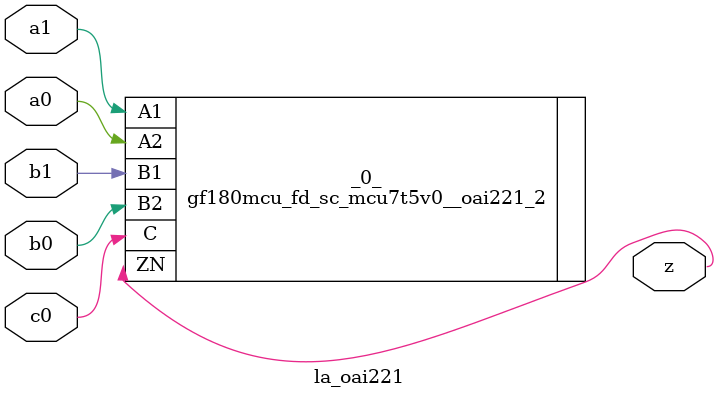
<source format=v>

/* Generated by Yosys 0.37 (git sha1 a5c7f69ed, clang 14.0.0-1ubuntu1.1 -fPIC -Os) */

module la_oai221(a0, a1, b0, b1, c0, z);
  input a0;
  wire a0;
  input a1;
  wire a1;
  input b0;
  wire b0;
  input b1;
  wire b1;
  input c0;
  wire c0;
  output z;
  wire z;
  gf180mcu_fd_sc_mcu7t5v0__oai221_2 _0_ (
    .A1(a1),
    .A2(a0),
    .B1(b1),
    .B2(b0),
    .C(c0),
    .ZN(z)
  );
endmodule

</source>
